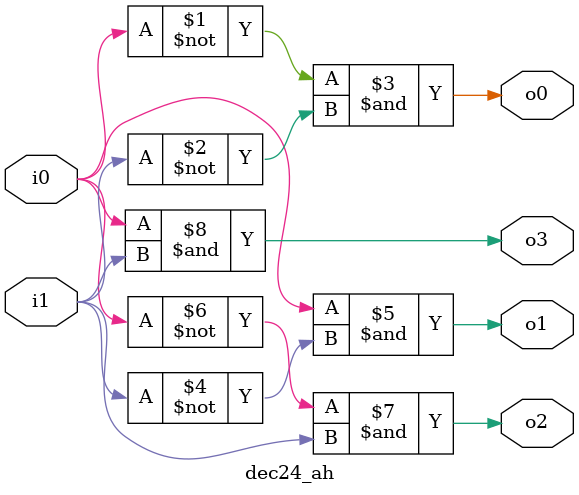
<source format=v>
module dec24_ah(i0,i1,o0,o1,o2,o3); // Active High
input i0,i1;
output o0,o1,o2,o3;

assign o0= (~i0)&(~i1);
assign o1= (i0)&(~i1);
assign o2= (~i0)&(i1);
assign o3= (i0)&(i1);

endmodule
</source>
